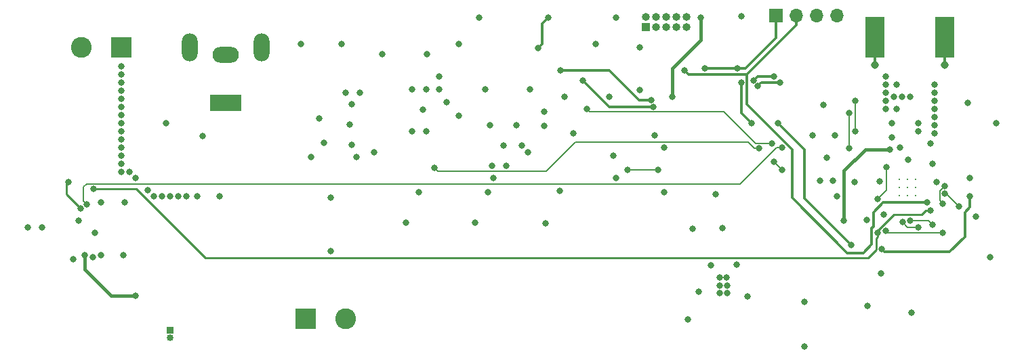
<source format=gbl>
G04 #@! TF.GenerationSoftware,KiCad,Pcbnew,5.0.2+dfsg1-1*
G04 #@! TF.CreationDate,2019-02-23T22:10:21+01:00*
G04 #@! TF.ProjectId,motherboard,6d6f7468-6572-4626-9f61-72642e6b6963,rev?*
G04 #@! TF.SameCoordinates,Original*
G04 #@! TF.FileFunction,Copper,L4,Bot*
G04 #@! TF.FilePolarity,Positive*
%FSLAX46Y46*%
G04 Gerber Fmt 4.6, Leading zero omitted, Abs format (unit mm)*
G04 Created by KiCad (PCBNEW 5.0.2+dfsg1-1) date sob, 23 lut 2019, 22:10:21*
%MOMM*%
%LPD*%
G01*
G04 APERTURE LIST*
G04 #@! TA.AperFunction,ComponentPad*
%ADD10R,2.600000X2.600000*%
G04 #@! TD*
G04 #@! TA.AperFunction,ComponentPad*
%ADD11C,2.600000*%
G04 #@! TD*
G04 #@! TA.AperFunction,ComponentPad*
%ADD12R,4.000000X2.000000*%
G04 #@! TD*
G04 #@! TA.AperFunction,ComponentPad*
%ADD13O,3.300000X2.000000*%
G04 #@! TD*
G04 #@! TA.AperFunction,ComponentPad*
%ADD14O,2.000000X3.500000*%
G04 #@! TD*
G04 #@! TA.AperFunction,ComponentPad*
%ADD15R,1.700000X1.700000*%
G04 #@! TD*
G04 #@! TA.AperFunction,ComponentPad*
%ADD16O,1.700000X1.700000*%
G04 #@! TD*
G04 #@! TA.AperFunction,SMDPad,CuDef*
%ADD17R,2.420000X5.080000*%
G04 #@! TD*
G04 #@! TA.AperFunction,ViaPad*
%ADD18C,0.970000*%
G04 #@! TD*
G04 #@! TA.AperFunction,Conductor*
%ADD19R,0.460000X0.950000*%
G04 #@! TD*
G04 #@! TA.AperFunction,ComponentPad*
%ADD20R,1.000000X1.000000*%
G04 #@! TD*
G04 #@! TA.AperFunction,ComponentPad*
%ADD21O,1.000000X1.000000*%
G04 #@! TD*
G04 #@! TA.AperFunction,ComponentPad*
%ADD22R,0.850000X0.850000*%
G04 #@! TD*
G04 #@! TA.AperFunction,ComponentPad*
%ADD23O,0.850000X0.850000*%
G04 #@! TD*
G04 #@! TA.AperFunction,ComponentPad*
%ADD24C,0.200000*%
G04 #@! TD*
G04 #@! TA.AperFunction,ViaPad*
%ADD25C,0.800000*%
G04 #@! TD*
G04 #@! TA.AperFunction,Conductor*
%ADD26C,0.254000*%
G04 #@! TD*
G04 #@! TA.AperFunction,Conductor*
%ADD27C,0.304800*%
G04 #@! TD*
G04 #@! TA.AperFunction,Conductor*
%ADD28C,0.203200*%
G04 #@! TD*
G04 #@! TA.AperFunction,Conductor*
%ADD29C,0.406400*%
G04 #@! TD*
G04 APERTURE END LIST*
D10*
G04 #@! TO.P,J1,1*
G04 #@! TO.N,+12V*
X77000000Y-85000000D03*
D11*
G04 #@! TO.P,J1,2*
G04 #@! TO.N,GND*
X72000000Y-85000000D03*
G04 #@! TD*
D12*
G04 #@! TO.P,J2,1*
G04 #@! TO.N,Net-(C1-Pad1)*
X90000000Y-92000000D03*
D13*
G04 #@! TO.P,J2,2*
G04 #@! TO.N,GND*
X90000000Y-86000000D03*
D14*
G04 #@! TO.P,J2,MP*
G04 #@! TO.N,N/C*
X94500000Y-85000000D03*
X85500000Y-85000000D03*
G04 #@! TD*
D15*
G04 #@! TO.P,J3,1*
G04 #@! TO.N,DUST_TX*
X158750000Y-81026000D03*
D16*
G04 #@! TO.P,J3,2*
G04 #@! TO.N,DUST_RX*
X161290000Y-81026000D03*
G04 #@! TO.P,J3,3*
G04 #@! TO.N,ESP_VCC*
X163830000Y-81026000D03*
G04 #@! TO.P,J3,4*
G04 #@! TO.N,GND*
X166370000Y-81026000D03*
G04 #@! TD*
D17*
G04 #@! TO.P,J4,2*
G04 #@! TO.N,GND*
X179880000Y-83780000D03*
X171120000Y-83780000D03*
D18*
G04 #@! TD*
G04 #@! TO.N,GND*
G04 #@! TO.C,J4*
X179880000Y-87220000D03*
G04 #@! TO.N,GND*
G04 #@! TO.C,J4*
X171120000Y-87220000D03*
D19*
X179880000Y-86770000D03*
X171120000Y-86770000D03*
G04 #@! TD*
D11*
G04 #@! TO.P,J5,2*
G04 #@! TO.N,GND*
X105000000Y-119000000D03*
D10*
G04 #@! TO.P,J5,1*
G04 #@! TO.N,+BATT*
X100000000Y-119000000D03*
G04 #@! TD*
D20*
G04 #@! TO.P,J7,1*
G04 #@! TO.N,DUST_VCC*
X142494000Y-82500000D03*
D21*
G04 #@! TO.P,J7,2*
X142494000Y-81230000D03*
G04 #@! TO.P,J7,3*
G04 #@! TO.N,GND*
X143764000Y-82500000D03*
G04 #@! TO.P,J7,4*
X143764000Y-81230000D03*
G04 #@! TO.P,J7,5*
G04 #@! TO.N,Net-(J7-Pad5)*
X145034000Y-82500000D03*
G04 #@! TO.P,J7,6*
G04 #@! TO.N,N/C*
X145034000Y-81230000D03*
G04 #@! TO.P,J7,7*
G04 #@! TO.N,DUST_RX*
X146304000Y-82500000D03*
G04 #@! TO.P,J7,8*
G04 #@! TO.N,N/C*
X146304000Y-81230000D03*
G04 #@! TO.P,J7,9*
G04 #@! TO.N,DUST_TX*
X147574000Y-82500000D03*
G04 #@! TO.P,J7,10*
G04 #@! TO.N,Net-(J7-Pad10)*
X147574000Y-81230000D03*
G04 #@! TD*
D22*
G04 #@! TO.P,TH1,1*
G04 #@! TO.N,Net-(TH1-Pad1)*
X83058000Y-120396000D03*
D23*
G04 #@! TO.P,TH1,2*
G04 #@! TO.N,GND*
X83058000Y-121396000D03*
G04 #@! TD*
D24*
G04 #@! TO.P,U4,33*
G04 #@! TO.N,GND*
X176180000Y-103544000D03*
X175180000Y-103544000D03*
X174180000Y-103544000D03*
X176180000Y-102544000D03*
X175180000Y-102544000D03*
X174180000Y-102544000D03*
X176180000Y-101544000D03*
X175180000Y-101544000D03*
X174180000Y-101544000D03*
G04 #@! TD*
D25*
G04 #@! TO.N,GND*
X115062000Y-90297000D03*
X115189000Y-85852000D03*
X115062000Y-95504000D03*
X119126000Y-93599000D03*
X128016000Y-90297000D03*
X129794000Y-93105000D03*
X127762000Y-98157000D03*
X125081000Y-99822000D03*
X173482000Y-91186000D03*
X174498000Y-91186000D03*
X175514000Y-91186000D03*
X178562000Y-89662000D03*
X178562000Y-90678000D03*
X178562000Y-91694000D03*
X178562000Y-92710000D03*
X178562000Y-93726000D03*
X178562000Y-94742000D03*
X178562000Y-95758000D03*
X176530000Y-95504000D03*
X176530000Y-94488000D03*
X172466000Y-88646000D03*
X172466000Y-89662000D03*
X172466000Y-90678000D03*
X172466000Y-91694000D03*
X172466000Y-92710000D03*
X87122000Y-96153000D03*
X173228000Y-96266000D03*
X73660000Y-108204000D03*
X152600911Y-113859664D03*
X152651711Y-115739264D03*
X151737311Y-115739264D03*
X152651711Y-114824864D03*
X151737311Y-114824864D03*
X151737311Y-113859664D03*
X105491162Y-94721072D03*
X170101097Y-106601097D03*
X138430000Y-98552000D03*
X77216000Y-110991610D03*
X186313000Y-94488000D03*
X182992970Y-101346000D03*
X183783024Y-106172000D03*
X185533000Y-111252012D03*
X171889561Y-113334646D03*
X162306000Y-116833970D03*
X155242529Y-116185064D03*
X147763497Y-119092064D03*
X153831511Y-112234080D03*
X65278000Y-107583024D03*
X71628002Y-106680000D03*
X77433500Y-104394016D03*
X82550000Y-94482026D03*
X105043000Y-90678000D03*
X138810000Y-81345028D03*
X119190000Y-84655020D03*
X173876998Y-92710000D03*
X173876974Y-89662000D03*
X141758963Y-90387238D03*
X154432000Y-81148972D03*
X132328000Y-91185972D03*
X133490980Y-95758000D03*
X138797000Y-101345962D03*
X143622974Y-96012000D03*
X166370000Y-103632000D03*
X164243019Y-101713000D03*
X165862000Y-101713000D03*
X106366148Y-98785058D03*
X108539162Y-98136071D03*
X102302178Y-97007072D03*
X124714000Y-97282000D03*
X114689500Y-92837000D03*
G04 #@! TO.N,+12V*
X74458500Y-104394000D03*
X86484022Y-103632000D03*
X77000000Y-90424000D03*
X77000000Y-91440000D03*
X77000000Y-92456000D03*
X77000000Y-93472000D03*
X77000000Y-94488000D03*
X77000000Y-95504000D03*
X77000000Y-96520000D03*
X77000000Y-97536000D03*
X77000000Y-98552000D03*
X77000000Y-89408000D03*
X77000000Y-88392000D03*
X77000000Y-87376000D03*
X77000000Y-99606000D03*
X76962000Y-100584000D03*
X77978000Y-100584000D03*
X78740000Y-101346000D03*
X80264000Y-102870000D03*
X81026000Y-103632000D03*
X82042000Y-103632000D03*
X83058000Y-103632000D03*
X84074000Y-103632000D03*
X85090000Y-103632000D03*
G04 #@! TO.N,DUST_VCC*
X144780000Y-97536000D03*
X141758957Y-85081228D03*
X137928022Y-91186000D03*
G04 #@! TO.N,BME280_VCC*
X129794000Y-94855000D03*
X126379000Y-94742000D03*
X123077000Y-94742000D03*
X122428000Y-90297000D03*
X136270000Y-84655000D03*
G04 #@! TO.N,WIND_VCC*
X109601000Y-85852000D03*
X113284000Y-90297000D03*
X116713000Y-90297000D03*
X116713000Y-88646000D03*
X121730000Y-81344998D03*
G04 #@! TO.N,BME280_SDA*
X129032000Y-85090000D03*
X130302000Y-81280000D03*
X134620000Y-89154000D03*
X156467503Y-89896474D03*
X159258000Y-89408000D03*
X167894000Y-93218000D03*
X167894000Y-97631210D03*
X143454107Y-92506789D03*
G04 #@! TO.N,BME280_SCL*
X168656000Y-95504000D03*
X158496000Y-88646000D03*
X155956000Y-89154000D03*
X168656000Y-91694000D03*
X131826000Y-87884000D03*
X143191096Y-91644391D03*
G04 #@! TO.N,DUST_RX*
X147320000Y-87884000D03*
X177655000Y-104435602D03*
G04 #@! TO.N,DUST_TX*
X149860000Y-87630000D03*
X153924000Y-87630000D03*
X154432000Y-89408000D03*
X155702000Y-94488000D03*
X159004000Y-94488000D03*
X171958000Y-110236000D03*
X182993000Y-103632000D03*
X168148000Y-109727992D03*
G04 #@! TO.N,PRG*
X171471077Y-104032021D03*
X172612021Y-100060256D03*
G04 #@! TO.N,ADC*
X174244000Y-97536000D03*
G04 #@! TO.N,DUST_EN*
X140208000Y-100330000D03*
X144018000Y-100330000D03*
G04 #@! TO.N,WIND_EN*
X159512000Y-100330000D03*
X158496000Y-99314000D03*
X116124500Y-100122500D03*
X156636534Y-97631210D03*
G04 #@! TO.N,BME280_EN*
X135128000Y-92710000D03*
X158242000Y-97028000D03*
G04 #@! TO.N,Net-(C11-Pad1)*
X172974000Y-97790000D03*
X167273015Y-106680015D03*
G04 #@! TO.N,Net-(R8-Pad2)*
X179578000Y-108204000D03*
X172466000Y-107950014D03*
G04 #@! TO.N,ESP_VCC*
X170180000Y-117348000D03*
X165100000Y-98806000D03*
X175260000Y-99060000D03*
X178054000Y-97028000D03*
X172212000Y-105918000D03*
X178308000Y-99568000D03*
X178816000Y-101853956D03*
X168567155Y-101854000D03*
X171697643Y-101824856D03*
X164733000Y-92202000D03*
X162305994Y-122434000D03*
X175699573Y-118264668D03*
X182748998Y-91948000D03*
G04 #@! TO.N,+9VA*
X104540000Y-84654962D03*
X106793000Y-90678022D03*
G04 #@! TO.N,5V6*
X105745162Y-97261072D03*
X105745162Y-92181072D03*
X101681162Y-93959072D03*
X131799604Y-103013902D03*
X100656146Y-98785072D03*
X114170000Y-103124000D03*
X122806000Y-103124000D03*
X144780000Y-103123990D03*
X151220064Y-103378002D03*
G04 #@! TO.N,Net-(C15-Pad1)*
X179832000Y-102362000D03*
X179623534Y-104602466D03*
G04 #@! TO.N,Net-(C16-Pad1)*
X181610000Y-104902000D03*
X179832000Y-103345255D03*
G04 #@! TO.N,Net-(C17-Pad1)*
X149098000Y-115570000D03*
X150622000Y-112268000D03*
X152048566Y-107647489D03*
G04 #@! TO.N,Net-(C25-Pad1)*
X127000000Y-97282000D03*
X123331000Y-99822000D03*
G04 #@! TO.N,Net-(C26-Pad1)*
X117602000Y-91898500D03*
X113298000Y-95504000D03*
X123444000Y-101346000D03*
G04 #@! TO.N,+9V*
X89283980Y-103632000D03*
X99460000Y-84655018D03*
G04 #@! TO.N,+BATT*
X148336000Y-107696000D03*
X173228000Y-94488000D03*
X163322000Y-96012000D03*
X166116000Y-96012000D03*
X73406000Y-111252000D03*
X103124000Y-110540812D03*
X129963084Y-107077902D03*
X70996044Y-111506000D03*
X112587500Y-106934000D03*
X121158000Y-106934000D03*
X67055982Y-107583000D03*
G04 #@! TO.N,Net-(R5-Pad2)*
X174589093Y-106907234D03*
X176532094Y-107555616D03*
G04 #@! TO.N,Net-(R6-Pad2)*
X178308000Y-107188000D03*
X175514006Y-106679994D03*
G04 #@! TO.N,Net-(R12-Pad2)*
X103124000Y-103835200D03*
X74422000Y-110998000D03*
G04 #@! TO.N,Net-(TH1-Pad1)*
X78740000Y-116078000D03*
X72390000Y-110998000D03*
G04 #@! TO.N,~CHARGE*
X72644000Y-104648000D03*
X159512000Y-97536000D03*
G04 #@! TO.N,~FAULT*
X178054000Y-105410000D03*
X71882000Y-105156000D03*
X70358000Y-101854000D03*
X171450000Y-108204000D03*
X73502957Y-102711210D03*
G04 #@! TO.N,Net-(J7-Pad10)*
X149352000Y-81280000D03*
X145796000Y-91186000D03*
G04 #@! TD*
D26*
G04 #@! TO.N,GND*
X179880000Y-87220000D02*
X179880000Y-83780000D01*
X171120000Y-87220000D02*
X171120000Y-83780000D01*
D27*
G04 #@! TO.N,BME280_SDA*
X156955977Y-89408000D02*
X156867502Y-89496475D01*
X156867502Y-89496475D02*
X156467503Y-89896474D01*
X159258000Y-89408000D02*
X156955977Y-89408000D01*
X129540000Y-82042000D02*
X130302000Y-81280000D01*
X129032000Y-85090000D02*
X129540000Y-84582000D01*
X129540000Y-84582000D02*
X129540000Y-82042000D01*
D28*
X167894000Y-93783685D02*
X167894000Y-97631210D01*
X167894000Y-93218000D02*
X167894000Y-93783685D01*
D27*
X137972789Y-92506789D02*
X142888422Y-92506789D01*
X134620000Y-89154000D02*
X137972789Y-92506789D01*
X142888422Y-92506789D02*
X143454107Y-92506789D01*
G04 #@! TO.N,BME280_SCL*
X156464000Y-88646000D02*
X155956000Y-89154000D01*
X158496000Y-88646000D02*
X156464000Y-88646000D01*
D28*
X168656000Y-95504000D02*
X168656000Y-91694000D01*
D27*
X137922000Y-87884000D02*
X141682391Y-91644391D01*
X141682391Y-91644391D02*
X142625411Y-91644391D01*
X142625411Y-91644391D02*
X143191096Y-91644391D01*
X131826000Y-87884000D02*
X137922000Y-87884000D01*
G04 #@! TO.N,DUST_RX*
X161290000Y-82228081D02*
X155126081Y-88392000D01*
X161290000Y-81026000D02*
X161290000Y-82228081D01*
X147828000Y-88392000D02*
X147320000Y-87884000D01*
X155126081Y-88392000D02*
X147828000Y-88392000D01*
X155126081Y-92134081D02*
X155126081Y-88392000D01*
X160782000Y-97790000D02*
X155126081Y-92134081D01*
X167688076Y-110744000D02*
X160782000Y-103837924D01*
X169672000Y-110744000D02*
X167688076Y-110744000D01*
X160782000Y-103837924D02*
X160782000Y-97790000D01*
X172170398Y-104435602D02*
X170942000Y-105664000D01*
X177655000Y-104435602D02*
X172170398Y-104435602D01*
X170942000Y-105664000D02*
X170942000Y-107442000D01*
X170942000Y-107442000D02*
X170747922Y-107636078D01*
X170747922Y-107636078D02*
X170747922Y-109668078D01*
X170747922Y-109668078D02*
X169672000Y-110744000D01*
G04 #@! TO.N,DUST_TX*
X149860000Y-87630000D02*
X154940000Y-87630000D01*
X158750000Y-83820000D02*
X158750000Y-81026000D01*
X154940000Y-87630000D02*
X158750000Y-83820000D01*
X154432000Y-93218000D02*
X154432000Y-89408000D01*
X155702000Y-94488000D02*
X154432000Y-93218000D01*
X172357999Y-110635999D02*
X180448001Y-110635999D01*
X171958000Y-110236000D02*
X172357999Y-110635999D01*
X180448001Y-110635999D02*
X182372000Y-108712000D01*
X182372000Y-108712000D02*
X182372000Y-105664000D01*
X182372000Y-105664000D02*
X182993000Y-105043000D01*
X182993000Y-105043000D02*
X182993000Y-103632000D01*
X162306000Y-103885992D02*
X167748001Y-109327993D01*
X167748001Y-109327993D02*
X168148000Y-109727992D01*
X162306000Y-97790000D02*
X162306000Y-103885992D01*
X159004000Y-94488000D02*
X162306000Y-97790000D01*
D28*
G04 #@! TO.N,PRG*
X171471077Y-104032021D02*
X172612021Y-102891077D01*
X172612021Y-102891077D02*
X172612021Y-100625941D01*
X172612021Y-100625941D02*
X172612021Y-100060256D01*
G04 #@! TO.N,DUST_EN*
X140208000Y-100330000D02*
X144018000Y-100330000D01*
G04 #@! TO.N,WIND_EN*
X158496000Y-99314000D02*
X159512000Y-100330000D01*
X116524499Y-100522499D02*
X130032567Y-100522499D01*
X155321640Y-96882001D02*
X156070849Y-97631210D01*
X156070849Y-97631210D02*
X156636534Y-97631210D01*
X133673065Y-96882001D02*
X155321640Y-96882001D01*
X130032567Y-100522499D02*
X133673065Y-96882001D01*
X116124500Y-100122500D02*
X116524499Y-100522499D01*
G04 #@! TO.N,BME280_EN*
X135527999Y-93109999D02*
X152291999Y-93109999D01*
X135128000Y-92710000D02*
X135527999Y-93109999D01*
X156210000Y-97028000D02*
X158242000Y-97028000D01*
X152291999Y-93109999D02*
X156210000Y-97028000D01*
D29*
G04 #@! TO.N,Net-(C11-Pad1)*
X172974000Y-97790000D02*
X169953106Y-97790000D01*
X169953106Y-97790000D02*
X167273015Y-100470091D01*
X167273015Y-106114330D02*
X167273015Y-106680015D01*
X167273015Y-100470091D02*
X167273015Y-106114330D01*
D28*
G04 #@! TO.N,Net-(R8-Pad2)*
X172719986Y-108204000D02*
X172466000Y-107950014D01*
X179578000Y-108204000D02*
X172719986Y-108204000D01*
G04 #@! TO.N,Net-(C15-Pad1)*
X179223535Y-102970465D02*
X179223535Y-104202467D01*
X179223535Y-104202467D02*
X179623534Y-104602466D01*
X179832000Y-102362000D02*
X179223535Y-102970465D01*
G04 #@! TO.N,Net-(C16-Pad1)*
X180053255Y-103345255D02*
X179832000Y-103345255D01*
X181610000Y-104902000D02*
X180053255Y-103345255D01*
G04 #@! TO.N,Net-(R5-Pad2)*
X175966409Y-107555616D02*
X176532094Y-107555616D01*
X175237475Y-107555616D02*
X175966409Y-107555616D01*
X174589093Y-106907234D02*
X175237475Y-107555616D01*
G04 #@! TO.N,Net-(R6-Pad2)*
X176079691Y-106679994D02*
X175514006Y-106679994D01*
X178308000Y-107188000D02*
X177799994Y-106679994D01*
X177799994Y-106679994D02*
X176079691Y-106679994D01*
D29*
G04 #@! TO.N,Net-(TH1-Pad1)*
X78740000Y-116078000D02*
X75692000Y-116078000D01*
X75692000Y-116078000D02*
X72390000Y-112776000D01*
X72390000Y-112776000D02*
X72390000Y-110998000D01*
D28*
G04 #@! TO.N,~CHARGE*
X158946315Y-97536000D02*
X159512000Y-97536000D01*
X72244001Y-104248001D02*
X72244001Y-102507999D01*
X72244001Y-102507999D02*
X72644000Y-102108000D01*
X158873262Y-97536000D02*
X158946315Y-97536000D01*
X154301262Y-102108000D02*
X158873262Y-97536000D01*
X72644000Y-104648000D02*
X72244001Y-104248001D01*
X72644000Y-102108000D02*
X154301262Y-102108000D01*
D26*
G04 #@! TO.N,~FAULT*
X70104000Y-102108000D02*
X70358000Y-101854000D01*
X71882000Y-105156000D02*
X70104000Y-103378000D01*
X70104000Y-103378000D02*
X70104000Y-102108000D01*
X171450000Y-107950000D02*
X171450000Y-108204000D01*
X173482000Y-105918000D02*
X171450000Y-107950000D01*
X176980315Y-105918000D02*
X173482000Y-105918000D01*
X178054000Y-105410000D02*
X177488315Y-105410000D01*
X177488315Y-105410000D02*
X176980315Y-105918000D01*
X171450000Y-108769685D02*
X171450000Y-108204000D01*
X78835210Y-102711210D02*
X87503011Y-111379011D01*
X171329399Y-110356601D02*
X171329399Y-108890286D01*
X87503011Y-111379011D02*
X170306989Y-111379011D01*
X170306989Y-111379011D02*
X171329399Y-110356601D01*
X73502957Y-102711210D02*
X78835210Y-102711210D01*
X171329399Y-108890286D02*
X171450000Y-108769685D01*
D29*
G04 #@! TO.N,Net-(J7-Pad10)*
X149352000Y-81280000D02*
X149352000Y-84074000D01*
X149352000Y-84074000D02*
X145796000Y-87630000D01*
X145796000Y-87630000D02*
X145796000Y-91186000D01*
G04 #@! TD*
M02*

</source>
